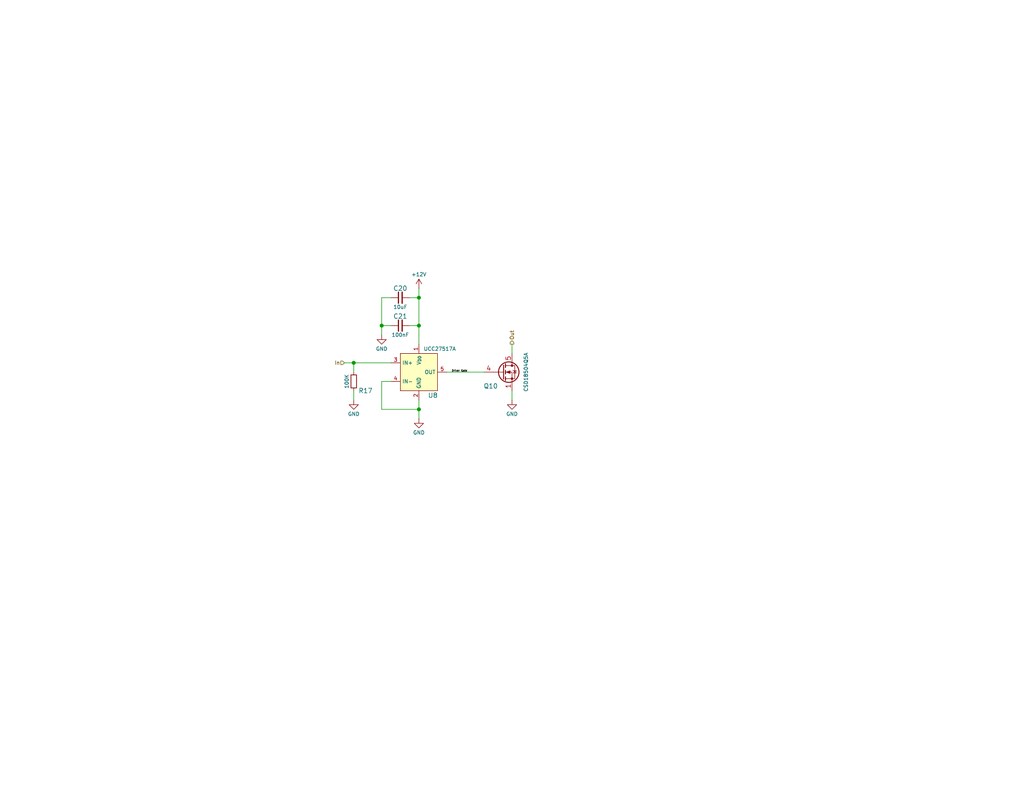
<source format=kicad_sch>
(kicad_sch (version 20231120) (generator "eeschema") (generator_version "8.0")
  (paper "USLetter")
  (title_block (title "LED Driver") (date "2025-02-06") (rev "1.0.1") (company "Erratic.Tech"))
  (lib_symbols
    (symbol "KiLight Mono:+12V" (power) (pin_numbers hide) (pin_names (offset 0) hide)
      (property "Value" "+12V" (at 0 3.556 0))
      (symbol "+12V_0_1"
        (polyline (pts (xy -0.762 1.27) (xy 0 2.54)))
        (polyline (pts (xy 0 0) (xy 0 2.54)))
        (polyline (pts (xy 0 2.54) (xy 0.762 1.27)))
      )
      (symbol "+12V_1_1"
        (pin power_in line (at 0 0 90) (length 0) (name "~") (number "1"))
      )
    )
    (symbol "KiLight Mono:CSD18504Q5A" (pin_names hide)
      (property "Reference" "Q" (at 5.08 1.905 0))
      (property "Value" "CSD18504Q5A" (at 5.08 0 0))
      (symbol "CSD18504Q5A_0_1"
        (polyline (pts (xy 0.254 0) (xy -2.54 0)))
        (polyline (pts (xy 0.254 1.905) (xy 0.254 -1.905)) (stroke (width 0.254)))
        (polyline (pts (xy 0.762 -1.27) (xy 0.762 -2.286)) (stroke (width 0.254)))
        (polyline (pts (xy 0.762 0.508) (xy 0.762 -0.508)) (stroke (width 0.254)))
        (polyline (pts (xy 0.762 2.286) (xy 0.762 1.27)) (stroke (width 0.254)))
        (polyline (pts (xy 2.54 2.54) (xy 2.54 1.778)))
        (polyline (pts (xy 2.54 -2.54) (xy 2.54 0) (xy 0.762 0)))
        (polyline (pts (xy 0.762 -1.778) (xy 3.302 -1.778) (xy 3.302 1.778) (xy 0.762 1.778)))
        (polyline (pts (xy 1.016 0) (xy 2.032 0.381) (xy 2.032 -0.381) (xy 1.016 0)) (fill (type outline)))
        (polyline (pts (xy 2.794 0.508) (xy 2.921 0.381) (xy 3.683 0.381) (xy 3.81 0.254)))
        (polyline (pts (xy 3.302 0.381) (xy 2.921 -0.254) (xy 3.683 -0.254) (xy 3.302 0.381)))
        (circle (center 1.651 0) (radius 2.794) (stroke (width 0.254)))
        (circle (center 2.54 -1.778) (radius 0.254) (fill (type outline)))
        (circle (center 2.54 1.778) (radius 0.254) (fill (type outline)))
      )
      (symbol "CSD18504Q5A_1_1"
        (pin passive line (at 2.54 -5.08 90) (length 2.54) (name "S") (number "1"))
        (pin passive line (at 2.54 -5.08 90) (length 2.54) hide (name "S") (number "2"))
        (pin passive line (at 2.54 -5.08 90) (length 2.54) hide (name "S") (number "3"))
        (pin passive line (at -5.08 0 0) (length 2.54) (name "G") (number "4"))
        (pin passive line (at 2.54 5.08 270) (length 2.54) (name "D") (number "5"))
      )
    )
    (symbol "KiLight Mono:C_Small" (pin_numbers hide) (pin_names (offset 0.254) hide)
      (property "Reference" "C" (at 0.254 1.778 0))
      (property "Value" "C_Small" (at 0.254 -2.032 0))
      (symbol "C_Small_0_1"
        (polyline (pts (xy -1.524 -0.508) (xy 1.524 -0.508)) (stroke (width 0.3302)))
        (polyline (pts (xy -1.524 0.508) (xy 1.524 0.508)) (stroke (width 0.3048)))
      )
      (symbol "C_Small_1_1"
        (pin passive line (at 0 2.54 270) (length 2.032) (name "~") (number "1"))
        (pin passive line (at 0 -2.54 90) (length 2.032) (name "~") (number "2"))
      )
    )
    (symbol "KiLight Mono:GND" (power) (pin_numbers hide) (pin_names (offset 0) hide)
      (property "Value" "GND" (at 0 -3.81 0))
      (symbol "GND_0_1"
        (polyline (pts (xy 0 0) (xy 0 -1.27) (xy 1.27 -1.27) (xy 0 -2.54) (xy -1.27 -1.27) (xy 0 -1.27)))
      )
      (symbol "GND_1_1"
        (pin power_in line (at 0 0 270) (length 0) (name "~") (number "1"))
      )
    )
    (symbol "KiLight Mono:R_Small" (pin_numbers hide) (pin_names (offset 0.254) hide)
      (property "Reference" "R" (at 0.762 0.508 0))
      (property "Value" "R_Small" (at 0.762 -1.016 0))
      (symbol "R_Small_0_1"
        (rectangle (start -0.762 1.778) (end 0.762 -1.778) (stroke (width 0.2032)))
      )
      (symbol "R_Small_1_1"
        (pin passive line (at 0 2.54 270) (length 0.762) (name "~") (number "1"))
        (pin passive line (at 0 -2.54 90) (length 0.762) (name "~") (number "2"))
      )
    )
    (symbol "KiLight Mono:UCC27517A"
      (property "Reference" "U" (at 3.81 -6.35 0))
      (property "Value" "UCC27517A" (at 6.35 6.35 0))
      (symbol "UCC27517A_1_1"
        (rectangle (start -5.08 5.08) (end 5.08 -5.08) (fill (type background)))
        (pin power_in line (at 0 7.62 270) (length 2.54) (name "V_{DD}") (number "1"))
        (pin power_in line (at 0 -7.62 90) (length 2.54) (name "GND") (number "2"))
        (pin input line (at -7.62 2.54 0) (length 2.54) (name "IN+") (number "3"))
        (pin input line (at -7.62 -2.54 0) (length 2.54) (name "IN-") (number "4"))
        (pin output line (at 7.62 0 180) (length 2.54) (name "OUT") (number "5"))
      )
    )
  )
  (junction (at 114.3 88.9))
  (junction (at 96.52 99.06))
  (junction (at 104.14 88.9))
  (junction (at 114.3 81.28))
  (junction (at 114.3 111.76))
  (wire (pts (xy 114.3 111.76) (xy 114.3 114.3)))
  (wire (pts (xy 114.3 88.9) (xy 111.76 88.9)))
  (wire (pts (xy 114.3 109.22) (xy 114.3 111.76)))
  (wire (pts (xy 121.92 101.6) (xy 132.08 101.6)))
  (wire (pts (xy 106.68 104.14) (xy 104.14 104.14)))
  (wire (pts (xy 96.52 99.06) (xy 106.68 99.06)))
  (wire (pts (xy 104.14 111.76) (xy 114.3 111.76)))
  (wire (pts (xy 104.14 81.28) (xy 106.68 81.28)))
  (wire (pts (xy 104.14 81.28) (xy 104.14 88.9)))
  (wire (pts (xy 93.98 99.06) (xy 96.52 99.06)))
  (wire (pts (xy 114.3 78.74) (xy 114.3 81.28)))
  (wire (pts (xy 114.3 81.28) (xy 114.3 88.9)))
  (wire (pts (xy 111.76 81.28) (xy 114.3 81.28)))
  (wire (pts (xy 139.7 106.68) (xy 139.7 109.22)))
  (wire (pts (xy 104.14 91.44) (xy 104.14 88.9)))
  (wire (pts (xy 96.52 99.06) (xy 96.52 101.6)))
  (wire (pts (xy 139.7 93.98) (xy 139.7 96.52)))
  (wire (pts (xy 104.14 88.9) (xy 106.68 88.9)))
  (wire (pts (xy 96.52 106.68) (xy 96.52 109.22)))
  (wire (pts (xy 104.14 104.14) (xy 104.14 111.76)))
  (wire (pts (xy 114.3 88.9) (xy 114.3 93.98)))
  (label "Driver Gate" (at 123.19 101.6 0) (effects (font (size 0.5 0.5))))
  (hierarchical_label "In" (shape input) (at 93.98 99.06 180) (effects (font (size 1 1))))
  (hierarchical_label "Out" (shape output) (at 139.7 93.98 90) (effects (font (size 1 1))))
  (symbol (lib_id "KiLight Mono:GND") (at 114.3 114.3 0) (unit 1)
    (property "Reference" "#PWR072" (effects (hide yes)))
    (property "Value" "GND" (at 114.3 118.11 0) (effects (font (size 1 1))))
    (property "Description" "Power symbol creates a global label with name \"GND\" , ground" (effects (hide yes)))
    (instances (project "KiLight Mono" (path "" (reference "#PWR072") (unit 1)) (path "" (reference "#PWR062") (unit 1)) (path "" (reference "#PWR021") (unit 1)) (path "" (reference "#PWR067") (unit 1)) (path "" (reference "#PWR057") (unit 1))))
  )
  (symbol (lib_id "KiLight Mono:UCC27517A") (at 114.3 101.6 0) (unit 1)
    (property "Reference" "U8" (at 118.11 107.95 0))
    (property "Value" "UCC27517A" (at 115.57 95.25 0) (effects (font (size 1 1)) (justify left)))
    (property "Footprint" "Package_TO_SOT_SMD:SOT-23-5" (effects (hide yes)))
    (property "Datasheet" "https://www.ti.com/lit/ds/symlink/ucc27517a.pdf" (effects (hide yes)))
    (property "Description" "Single-Channel High-Speed Low-Side Gate Driver with Negative Input Voltage Capability (with 4-A Peak Source and Sink)" (effects (hide yes)))
    (property "Part Number" "UCC27517ADBVR" (effects (hide yes)))
    (instances (project "KiLight Mono" (path "" (reference "U8") (unit 1)) (path "" (reference "U6") (unit 1)) (path "" (reference "U1") (unit 1)) (path "" (reference "U7") (unit 1)) (path "" (reference "U5") (unit 1))))
  )
  (symbol (lib_id "KiLight Mono:C_Small") (at 109.22 81.28 90) (unit 1)
    (property "Reference" "C20" (at 109.22 78.74 90))
    (property "Value" "10uF" (at 109.22 83.82 90) (effects (font (size 1 1))))
    (property "Footprint" "Capacitor_SMD:C_0805_2012Metric" (effects (hide yes)))
    (property "Description" "Unpolarized capacitor, small symbol" (effects (hide yes)))
    (property "Part Number" "GRM21BC81C106KE15L" (effects (hide yes)))
    (instances (project "KiLight Mono" (path "" (reference "C20") (unit 1)) (path "" (reference "C16") (unit 1)) (path "" (reference "C1") (unit 1)) (path "" (reference "C18") (unit 1)) (path "" (reference "C14") (unit 1))))
  )
  (symbol (lib_id "KiLight Mono:R_Small") (at 96.52 104.14 180) (unit 1)
    (property "Reference" "R17" (at 97.79 106.68 0) (effects (justify right)))
    (property "Value" "100K" (at 94.615 104.14 90) (effects (font (size 1 1))))
    (property "Footprint" "Resistor_SMD:R_0603_1608Metric" (effects (hide yes)))
    (property "Description" "Resistor, small symbol" (effects (hide yes)))
    (property "Part Number" "RMCF0603FT100K" (effects (hide yes)))
    (instances (project "KiLight Mono" (path "" (reference "R17") (unit 1)) (path "" (reference "R15") (unit 1)) (path "" (reference "R1") (unit 1)) (path "" (reference "R16") (unit 1)) (path "" (reference "R14") (unit 1))))
  )
  (symbol (lib_id "KiLight Mono:GND") (at 139.7 109.22 0) (unit 1)
    (property "Reference" "#PWR073" (effects (hide yes)))
    (property "Value" "GND" (at 139.7 113.03 0) (effects (font (size 1 1))))
    (property "Description" "Power symbol creates a global label with name \"GND\" , ground" (effects (hide yes)))
    (instances (project "KiLight Mono" (path "" (reference "#PWR073") (unit 1)) (path "" (reference "#PWR063") (unit 1)) (path "" (reference "#PWR022") (unit 1)) (path "" (reference "#PWR068") (unit 1)) (path "" (reference "#PWR058") (unit 1))))
  )
  (symbol (lib_id "KiLight Mono:GND") (at 96.52 109.22 0) (unit 1)
    (property "Reference" "#PWR069" (effects (hide yes)))
    (property "Value" "GND" (at 96.52 113.03 0) (effects (font (size 1 1))))
    (property "Description" "Power symbol creates a global label with name \"GND\" , ground" (effects (hide yes)))
    (instances (project "KiLight Mono" (path "" (reference "#PWR069") (unit 1)) (path "" (reference "#PWR059") (unit 1)) (path "" (reference "#PWR018") (unit 1)) (path "" (reference "#PWR064") (unit 1)) (path "" (reference "#PWR054") (unit 1))))
  )
  (symbol (lib_id "KiLight Mono:+12V") (at 114.3 78.74 0) (unit 1)
    (property "Reference" "#PWR071" (effects (hide yes)))
    (property "Value" "+12V" (at 114.3 74.93 0) (effects (font (size 1 1))))
    (property "Description" "Power symbol creates a global label with name \"+12V\"" (effects (hide yes)))
    (instances (project "KiLight Mono" (path "" (reference "#PWR071") (unit 1)) (path "" (reference "#PWR061") (unit 1)) (path "" (reference "#PWR020") (unit 1)) (path "" (reference "#PWR066") (unit 1)) (path "" (reference "#PWR056") (unit 1))))
  )
  (symbol (lib_id "KiLight Mono:C_Small") (at 109.22 88.9 90) (unit 1)
    (property "Reference" "C21" (at 109.22 86.36 90))
    (property "Value" "100nF" (at 109.22 91.44 90) (effects (font (size 1 1))))
    (property "Footprint" "Capacitor_SMD:C_0603_1608Metric" (effects (hide yes)))
    (property "Description" "Unpolarized capacitor, small symbol" (effects (hide yes)))
    (property "Part Number" "C0603C104K5RACTU" (effects (hide yes)))
    (instances (project "KiLight Mono" (path "" (reference "C21") (unit 1)) (path "" (reference "C17") (unit 1)) (path "" (reference "C2") (unit 1)) (path "" (reference "C19") (unit 1)) (path "" (reference "C15") (unit 1))))
  )
  (symbol (lib_id "KiLight Mono:GND") (at 104.14 91.44 0) (unit 1)
    (property "Reference" "#PWR070" (effects (hide yes)))
    (property "Value" "GND" (at 104.14 95.25 0) (effects (font (size 1 1))))
    (property "Description" "Power symbol creates a global label with name \"GND\" , ground" (effects (hide yes)))
    (instances (project "KiLight Mono" (path "" (reference "#PWR070") (unit 1)) (path "" (reference "#PWR060") (unit 1)) (path "" (reference "#PWR019") (unit 1)) (path "" (reference "#PWR065") (unit 1)) (path "" (reference "#PWR055") (unit 1))))
  )
  (symbol (lib_id "KiLight Mono:CSD18504Q5A") (at 137.16 101.6 0) (unit 1)
    (property "Reference" "Q10" (at 135.89 105.41 0) (effects (justify right)))
    (property "Value" "CSD18504Q5A" (at 143.51 101.6 90) (effects (font (size 1 1))))
    (property "Footprint" "Package_TO_SOT_SMD:TDSON-8-1" (effects (hide yes)))
    (property "Datasheet" "http://www.ti.com/lit/gpn/csd18504q5a" (effects (hide yes)))
    (property "Description" "50A Id, 40V Vds, NexFET N-Channel Power MOSFET, 6.6mOhm Ron, 16nC Qg(typ), SON8 5x6mm" (effects (hide yes)))
    (property "Part Number" "CSD18504Q5A" (effects (hide yes)))
    (instances (project "KiLight Mono" (path "" (reference "Q10") (unit 1)) (path "" (reference "Q8") (unit 1)) (path "" (reference "Q1") (unit 1)) (path "" (reference "Q9") (unit 1)) (path "" (reference "Q7") (unit 1))))
  )
)
</source>
